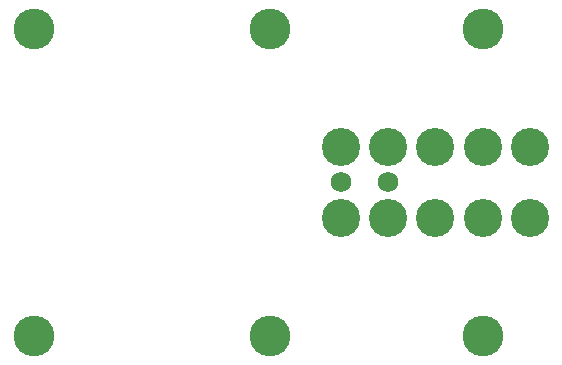
<source format=gts>
G04 MADE WITH FRITZING*
G04 WWW.FRITZING.ORG*
G04 DOUBLE SIDED*
G04 HOLES PLATED*
G04 CONTOUR ON CENTER OF CONTOUR VECTOR*
%ASAXBY*%
%FSLAX23Y23*%
%MOIN*%
%OFA0B0*%
%SFA1.0B1.0*%
%ADD10C,0.135984*%
%ADD11C,0.069055*%
%ADD12C,0.126772*%
%LNMASK1*%
G90*
G70*
G54D10*
X231Y1183D03*
X231Y159D03*
X1019Y1183D03*
X1019Y159D03*
G54D11*
X1412Y671D03*
X1255Y671D03*
G54D10*
X1727Y1183D03*
X1727Y159D03*
G54D12*
X1412Y553D03*
X1570Y553D03*
X1885Y553D03*
X1727Y553D03*
X1255Y553D03*
X1255Y789D03*
X1412Y789D03*
X1570Y789D03*
X1727Y789D03*
X1885Y789D03*
G04 End of Mask1*
M02*
</source>
